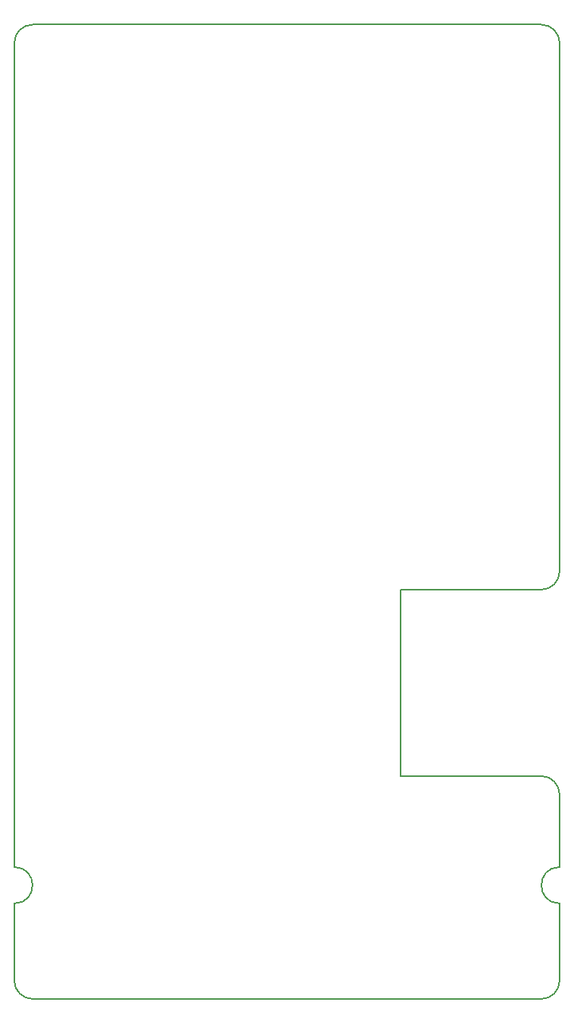
<source format=gbr>
G04 #@! TF.GenerationSoftware,KiCad,Pcbnew,(5.0.0)*
G04 #@! TF.CreationDate,2018-12-18T18:47:31-06:00*
G04 #@! TF.ProjectId,LightingBoard_Hardware,4C69676874696E67426F6172645F4861,rev?*
G04 #@! TF.SameCoordinates,Original*
G04 #@! TF.FileFunction,Profile,NP*
%FSLAX46Y46*%
G04 Gerber Fmt 4.6, Leading zero omitted, Abs format (unit mm)*
G04 Created by KiCad (PCBNEW (5.0.0)) date 12/18/18 18:47:31*
%MOMM*%
%LPD*%
G01*
G04 APERTURE LIST*
%ADD10C,0.150000*%
G04 APERTURE END LIST*
D10*
X162458400Y-42164000D02*
X162458400Y-101219000D01*
X160426400Y-40132000D02*
X103530400Y-40132000D01*
X160426400Y-40132000D02*
G75*
G02X162458400Y-42164000I0J-2032000D01*
G01*
X101498400Y-42164000D02*
G75*
G02X103530400Y-40132000I2032000J0D01*
G01*
X101498400Y-134239000D02*
X101498400Y-42164000D01*
X101498400Y-146939000D02*
X101498400Y-138303000D01*
X144678400Y-103251000D02*
X160426400Y-103251000D01*
X144678400Y-124079000D02*
X144678400Y-103251000D01*
X160426400Y-124079000D02*
X144678400Y-124079000D01*
X162458400Y-134239000D02*
X162458400Y-126111000D01*
X162458400Y-146939000D02*
X162458400Y-138303000D01*
X103530400Y-148971000D02*
X160426400Y-148971000D01*
X162458400Y-101219000D02*
G75*
G02X160426400Y-103251000I-2032000J0D01*
G01*
X160426400Y-124079000D02*
G75*
G02X162458400Y-126111000I0J-2032000D01*
G01*
X162458400Y-138303000D02*
G75*
G02X162458400Y-134239000I0J2032000D01*
G01*
X162458400Y-146939000D02*
G75*
G02X160426400Y-148971000I-2032000J0D01*
G01*
X103530400Y-148971000D02*
G75*
G02X101498400Y-146939000I0J2032000D01*
G01*
X101498400Y-134239000D02*
G75*
G02X101498400Y-138303000I0J-2032000D01*
G01*
M02*

</source>
